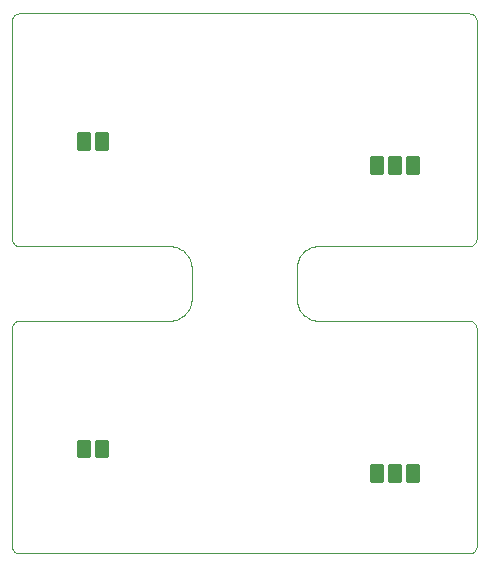
<source format=gbp>
G75*
%MOIN*%
%OFA0B0*%
%FSLAX24Y24*%
%IPPOS*%
%LPD*%
%AMOC8*
5,1,8,0,0,1.08239X$1,22.5*
%
%ADD10C,0.0000*%
%ADD11C,0.0101*%
D10*
X000425Y000238D02*
X015425Y000238D01*
X015455Y000240D01*
X015485Y000245D01*
X015514Y000254D01*
X015541Y000267D01*
X015567Y000282D01*
X015591Y000301D01*
X015612Y000322D01*
X015631Y000346D01*
X015646Y000372D01*
X015659Y000399D01*
X015668Y000428D01*
X015673Y000458D01*
X015675Y000488D01*
X015675Y007738D01*
X015673Y007768D01*
X015668Y007798D01*
X015659Y007827D01*
X015646Y007854D01*
X015631Y007880D01*
X015612Y007904D01*
X015591Y007925D01*
X015567Y007944D01*
X015541Y007959D01*
X015514Y007972D01*
X015485Y007981D01*
X015455Y007986D01*
X015425Y007988D01*
X010425Y007988D01*
X010371Y007990D01*
X010318Y007996D01*
X010266Y008005D01*
X010214Y008018D01*
X010163Y008035D01*
X010113Y008056D01*
X010066Y008080D01*
X010020Y008107D01*
X009976Y008138D01*
X009934Y008171D01*
X009895Y008208D01*
X009858Y008247D01*
X009825Y008289D01*
X009794Y008333D01*
X009767Y008379D01*
X009743Y008426D01*
X009722Y008476D01*
X009705Y008527D01*
X009692Y008579D01*
X009683Y008631D01*
X009677Y008684D01*
X009675Y008738D01*
X009675Y009738D01*
X009677Y009792D01*
X009683Y009845D01*
X009692Y009897D01*
X009705Y009949D01*
X009722Y010000D01*
X009743Y010050D01*
X009767Y010097D01*
X009794Y010143D01*
X009825Y010187D01*
X009858Y010229D01*
X009895Y010268D01*
X009934Y010305D01*
X009976Y010338D01*
X010020Y010369D01*
X010066Y010396D01*
X010113Y010420D01*
X010163Y010441D01*
X010214Y010458D01*
X010266Y010471D01*
X010318Y010480D01*
X010371Y010486D01*
X010425Y010488D01*
X015425Y010488D01*
X015455Y010490D01*
X015485Y010495D01*
X015514Y010504D01*
X015541Y010517D01*
X015567Y010532D01*
X015591Y010551D01*
X015612Y010572D01*
X015631Y010596D01*
X015646Y010622D01*
X015659Y010649D01*
X015668Y010678D01*
X015673Y010708D01*
X015675Y010738D01*
X015675Y017988D01*
X015673Y018018D01*
X015668Y018048D01*
X015659Y018077D01*
X015646Y018104D01*
X015631Y018130D01*
X015612Y018154D01*
X015591Y018175D01*
X015567Y018194D01*
X015541Y018209D01*
X015514Y018222D01*
X015485Y018231D01*
X015455Y018236D01*
X015425Y018238D01*
X000425Y018238D01*
X000395Y018236D01*
X000365Y018231D01*
X000336Y018222D01*
X000309Y018209D01*
X000283Y018194D01*
X000259Y018175D01*
X000238Y018154D01*
X000219Y018130D01*
X000204Y018104D01*
X000191Y018077D01*
X000182Y018048D01*
X000177Y018018D01*
X000175Y017988D01*
X000175Y010738D01*
X000177Y010708D01*
X000182Y010678D01*
X000191Y010649D01*
X000204Y010622D01*
X000219Y010596D01*
X000238Y010572D01*
X000259Y010551D01*
X000283Y010532D01*
X000309Y010517D01*
X000336Y010504D01*
X000365Y010495D01*
X000395Y010490D01*
X000425Y010488D01*
X005425Y010488D01*
X005479Y010486D01*
X005532Y010480D01*
X005584Y010471D01*
X005636Y010458D01*
X005687Y010441D01*
X005737Y010420D01*
X005784Y010396D01*
X005830Y010369D01*
X005874Y010338D01*
X005916Y010305D01*
X005955Y010268D01*
X005992Y010229D01*
X006025Y010187D01*
X006056Y010143D01*
X006083Y010097D01*
X006107Y010050D01*
X006128Y010000D01*
X006145Y009949D01*
X006158Y009897D01*
X006167Y009845D01*
X006173Y009792D01*
X006175Y009738D01*
X006175Y008738D01*
X006173Y008684D01*
X006167Y008631D01*
X006158Y008579D01*
X006145Y008527D01*
X006128Y008476D01*
X006107Y008426D01*
X006083Y008379D01*
X006056Y008333D01*
X006025Y008289D01*
X005992Y008247D01*
X005955Y008208D01*
X005916Y008171D01*
X005874Y008138D01*
X005830Y008107D01*
X005784Y008080D01*
X005737Y008056D01*
X005687Y008035D01*
X005636Y008018D01*
X005584Y008005D01*
X005532Y007996D01*
X005479Y007990D01*
X005425Y007988D01*
X000425Y007988D01*
X000395Y007986D01*
X000365Y007981D01*
X000336Y007972D01*
X000309Y007959D01*
X000283Y007944D01*
X000259Y007925D01*
X000238Y007904D01*
X000219Y007880D01*
X000204Y007854D01*
X000191Y007827D01*
X000182Y007798D01*
X000177Y007768D01*
X000175Y007738D01*
X000175Y000488D01*
X000177Y000458D01*
X000182Y000428D01*
X000191Y000399D01*
X000204Y000372D01*
X000219Y000346D01*
X000238Y000322D01*
X000259Y000301D01*
X000283Y000282D01*
X000309Y000267D01*
X000336Y000254D01*
X000365Y000245D01*
X000395Y000240D01*
X000425Y000238D01*
D11*
X002383Y004003D02*
X002743Y004003D01*
X002743Y003473D01*
X002383Y003473D01*
X002383Y004003D01*
X002383Y003573D02*
X002743Y003573D01*
X002743Y003673D02*
X002383Y003673D01*
X002383Y003773D02*
X002743Y003773D01*
X002743Y003873D02*
X002383Y003873D01*
X002383Y003973D02*
X002743Y003973D01*
X002983Y004003D02*
X003343Y004003D01*
X003343Y003473D01*
X002983Y003473D01*
X002983Y004003D01*
X002983Y003573D02*
X003343Y003573D01*
X003343Y003673D02*
X002983Y003673D01*
X002983Y003773D02*
X003343Y003773D01*
X003343Y003873D02*
X002983Y003873D01*
X002983Y003973D02*
X003343Y003973D01*
X003343Y014253D02*
X002983Y014253D01*
X003343Y014253D02*
X003343Y013723D01*
X002983Y013723D01*
X002983Y014253D01*
X002983Y013823D02*
X003343Y013823D01*
X003343Y013923D02*
X002983Y013923D01*
X002983Y014023D02*
X003343Y014023D01*
X003343Y014123D02*
X002983Y014123D01*
X002983Y014223D02*
X003343Y014223D01*
X002743Y014253D02*
X002383Y014253D01*
X002743Y014253D02*
X002743Y013723D01*
X002383Y013723D01*
X002383Y014253D01*
X002383Y013823D02*
X002743Y013823D01*
X002743Y013923D02*
X002383Y013923D01*
X002383Y014023D02*
X002743Y014023D01*
X002743Y014123D02*
X002383Y014123D01*
X002383Y014223D02*
X002743Y014223D01*
X012145Y012910D02*
X012505Y012910D01*
X012145Y012910D02*
X012145Y013440D01*
X012505Y013440D01*
X012505Y012910D01*
X012505Y013010D02*
X012145Y013010D01*
X012145Y013110D02*
X012505Y013110D01*
X012505Y013210D02*
X012145Y013210D01*
X012145Y013310D02*
X012505Y013310D01*
X012505Y013410D02*
X012145Y013410D01*
X012745Y012910D02*
X013105Y012910D01*
X012745Y012910D02*
X012745Y013440D01*
X013105Y013440D01*
X013105Y012910D01*
X013105Y013010D02*
X012745Y013010D01*
X012745Y013110D02*
X013105Y013110D01*
X013105Y013210D02*
X012745Y013210D01*
X012745Y013310D02*
X013105Y013310D01*
X013105Y013410D02*
X012745Y013410D01*
X013345Y012910D02*
X013705Y012910D01*
X013345Y012910D02*
X013345Y013440D01*
X013705Y013440D01*
X013705Y012910D01*
X013705Y013010D02*
X013345Y013010D01*
X013345Y013110D02*
X013705Y013110D01*
X013705Y013210D02*
X013345Y013210D01*
X013345Y013310D02*
X013705Y013310D01*
X013705Y013410D02*
X013345Y013410D01*
X013345Y002660D02*
X013705Y002660D01*
X013345Y002660D02*
X013345Y003190D01*
X013705Y003190D01*
X013705Y002660D01*
X013705Y002760D02*
X013345Y002760D01*
X013345Y002860D02*
X013705Y002860D01*
X013705Y002960D02*
X013345Y002960D01*
X013345Y003060D02*
X013705Y003060D01*
X013705Y003160D02*
X013345Y003160D01*
X013105Y002660D02*
X012745Y002660D01*
X012745Y003190D01*
X013105Y003190D01*
X013105Y002660D01*
X013105Y002760D02*
X012745Y002760D01*
X012745Y002860D02*
X013105Y002860D01*
X013105Y002960D02*
X012745Y002960D01*
X012745Y003060D02*
X013105Y003060D01*
X013105Y003160D02*
X012745Y003160D01*
X012505Y002660D02*
X012145Y002660D01*
X012145Y003190D01*
X012505Y003190D01*
X012505Y002660D01*
X012505Y002760D02*
X012145Y002760D01*
X012145Y002860D02*
X012505Y002860D01*
X012505Y002960D02*
X012145Y002960D01*
X012145Y003060D02*
X012505Y003060D01*
X012505Y003160D02*
X012145Y003160D01*
M02*

</source>
